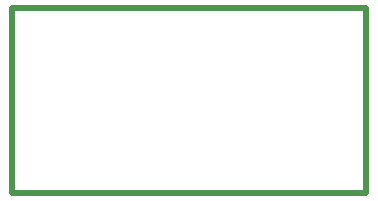
<source format=gko>
G04 Layer_Color=16711935*
%FSAX25Y25*%
%MOIN*%
G70*
G01*
G75*
%ADD21C,0.01969*%
D21*
X0392610Y0257500D02*
Y0319311D01*
X0274500Y0319311D02*
X0274500Y0319311D01*
X0274500Y0257500D02*
Y0319311D01*
Y0257500D02*
X0392610D01*
X0274500Y0319311D02*
X0392610D01*
M02*

</source>
